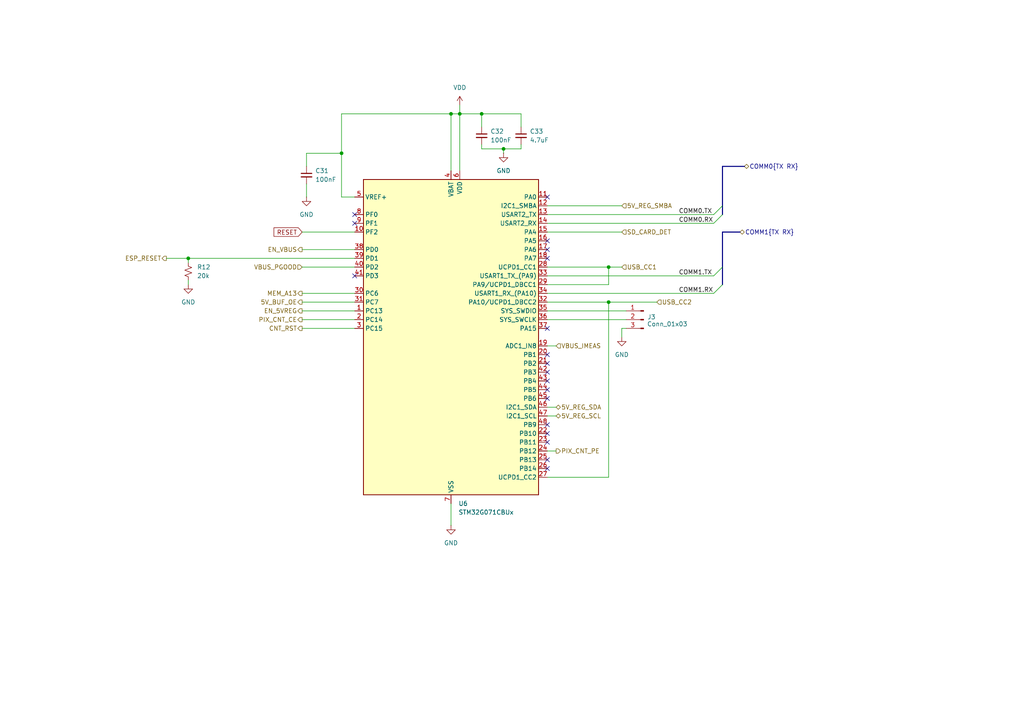
<source format=kicad_sch>
(kicad_sch (version 20250114) (generator "eeschema") (generator_version "9.0")
  (paper "A4")
  (title_block (title "Power Supply (+aux Decoder IO) Microcontroller") (rev "A") (company "MLABS") (comment 1 "MSign-NG"))
  (lib_symbols
    (symbol "Connector:Conn_01x03_Pin" (pin_names (offset 1.016) (hide yes))
      (property "Reference" "J" (at 0 5.08 0))
      (property "Value" "Conn_01x03_Pin" (at 0 -5.08 0))
      (symbol "Conn_01x03_Pin_1_1"
        (rectangle (start 0.8636 2.667) (end 0 2.413) (stroke (width 0.1524)) (fill (type outline)))
        (rectangle (start 0.8636 0.127) (end 0 -0.127) (stroke (width 0.1524)) (fill (type outline)))
        (rectangle (start 0.8636 -2.413) (end 0 -2.667) (stroke (width 0.1524)) (fill (type outline)))
        (polyline (pts (xy 1.27 2.54) (xy 0.8636 2.54)) (stroke (width 0.1524)))
        (polyline (pts (xy 1.27 0) (xy 0.8636 0)) (stroke (width 0.1524)))
        (polyline (pts (xy 1.27 -2.54) (xy 0.8636 -2.54)) (stroke (width 0.1524)))
        (pin passive line (at 5.08 2.54 180) (length 3.81) (name "Pin_1") (number "1"))
        (pin passive line (at 5.08 0 180) (length 3.81) (name "Pin_2") (number "2"))
        (pin passive line (at 5.08 -2.54 180) (length 3.81) (name "Pin_3") (number "3"))
      )
    )
    (symbol "Device:C_Small" (pin_numbers (hide yes)) (pin_names (offset 0.254) (hide yes))
      (property "Reference" "C" (at 0.254 1.778 0))
      (property "Value" "C_Small" (at 0.254 -2.032 0))
      (symbol "C_Small_0_1"
        (polyline (pts (xy -1.524 0.508) (xy 1.524 0.508)) (stroke (width 0.3048)))
        (polyline (pts (xy -1.524 -0.508) (xy 1.524 -0.508)) (stroke (width 0.3302)))
      )
      (symbol "C_Small_1_1"
        (pin passive line (at 0 2.54 270) (length 2.032) (name "~") (number "1"))
        (pin passive line (at 0 -2.54 90) (length 2.032) (name "~") (number "2"))
      )
    )
    (symbol "Device:R_Small_US" (pin_numbers (hide yes)) (pin_names (offset 0.254) (hide yes))
      (property "Reference" "R" (at 0.762 0.508 0))
      (property "Value" "R_Small_US" (at 0.762 -1.016 0))
      (symbol "R_Small_US_1_1"
        (polyline (pts (xy 0 1.524) (xy 1.016 1.143) (xy 0 0.762) (xy -1.016 0.381) (xy 0 0)))
        (polyline (pts (xy 0 0) (xy 1.016 -0.381) (xy 0 -0.762) (xy -1.016 -1.143) (xy 0 -1.524)))
        (pin passive line (at 0 2.54 270) (length 1.016) (name "~") (number "1"))
        (pin passive line (at 0 -2.54 90) (length 1.016) (name "~") (number "2"))
      )
    )
    (symbol "MCU_ST_STM32G0:STM32G081CBUx"
      (property "Reference" "U" (at -25.4 46.99 0))
      (property "Value" "STM32G081CBUx" (at 5.08 46.99 0))
      (symbol "STM32G081CBUx_0_1"
        (rectangle (start -25.4 -45.72) (end 25.4 45.72) (stroke (width 0.254)) (fill (type background)))
      )
      (symbol "STM32G081CBUx_1_1"
        (pin input line (at -27.94 40.64 0) (length 2.54) (name "VREF+") (number "5"))
        (pin bidirectional line (at -27.94 35.56 0) (length 2.54) (name "PF0") (number "8"))
        (pin bidirectional line (at -27.94 33.02 0) (length 2.54) (name "PF1") (number "9"))
        (pin bidirectional line (at -27.94 30.48 0) (length 2.54) (name "PF2") (number "10"))
        (pin bidirectional line (at -27.94 25.4 0) (length 2.54) (name "PD0") (number "38"))
        (pin bidirectional line (at -27.94 22.86 0) (length 2.54) (name "PD1") (number "39"))
        (pin bidirectional line (at -27.94 20.32 0) (length 2.54) (name "PD2") (number "40"))
        (pin bidirectional line (at -27.94 17.78 0) (length 2.54) (name "PD3") (number "41"))
        (pin bidirectional line (at -27.94 12.7 0) (length 2.54) (name "PC6") (number "30"))
        (pin bidirectional line (at -27.94 10.16 0) (length 2.54) (name "PC7") (number "31"))
        (pin bidirectional line (at -27.94 7.62 0) (length 2.54) (name "PC13") (number "1"))
        (pin bidirectional line (at -27.94 5.08 0) (length 2.54) (name "PC14") (number "2"))
        (pin bidirectional line (at -27.94 2.54 0) (length 2.54) (name "PC15") (number "3"))
        (pin power_in line (at 0 48.26 270) (length 2.54) (name "VBAT") (number "4"))
        (pin passive line (at 0 -48.26 90) (length 2.54) (hide yes) (name "VSS") (number "49"))
        (pin power_in line (at 0 -48.26 90) (length 2.54) (name "VSS") (number "7"))
        (pin power_in line (at 2.54 48.26 270) (length 2.54) (name "VDD") (number "6"))
        (pin bidirectional line (at 27.94 40.64 180) (length 2.54) (name "PA0") (number "11"))
        (pin bidirectional line (at 27.94 38.1 180) (length 2.54) (name "PA1") (number "12") (alternate "I2C1_SMBA" bidirectional line))
        (pin bidirectional line (at 27.94 35.56 180) (length 2.54) (name "PA2") (number "13") (alternate "USART2_TX" bidirectional line))
        (pin bidirectional line (at 27.94 33.02 180) (length 2.54) (name "PA3") (number "14") (alternate "USART2_RX" bidirectional line))
        (pin bidirectional line (at 27.94 30.48 180) (length 2.54) (name "PA4") (number "15"))
        (pin bidirectional line (at 27.94 27.94 180) (length 2.54) (name "PA5") (number "16"))
        (pin bidirectional line (at 27.94 25.4 180) (length 2.54) (name "PA6") (number "17"))
        (pin bidirectional line (at 27.94 22.86 180) (length 2.54) (name "PA7") (number "18"))
        (pin bidirectional line (at 27.94 20.32 180) (length 2.54) (name "PA8") (number "28") (alternate "UCPD1_CC1" bidirectional line))
        (pin bidirectional line (at 27.94 17.78 180) (length 2.54) (name "PA9/PA11") (number "33") (alternate "USART1_TX (PA9)" bidirectional line))
        (pin bidirectional line (at 27.94 15.24 180) (length 2.54) (name "PA9/UCPD1_DBCC1") (number "29") (alternate "USART1_TX (PA9)" bidirectional line))
        (pin bidirectional line (at 27.94 12.7 180) (length 2.54) (name "PA10/PA12") (number "34") (alternate "USART1_RX (PA10)" bidirectional line))
        (pin bidirectional line (at 27.94 10.16 180) (length 2.54) (name "PA10/UCPD1_DBCC2") (number "32") (alternate "USART1_RX (PA10)" bidirectional line))
        (pin bidirectional line (at 27.94 7.62 180) (length 2.54) (name "PA13") (number "35") (alternate "SYS_SWDIO" bidirectional line))
        (pin bidirectional line (at 27.94 5.08 180) (length 2.54) (name "PA14") (number "36") (alternate "SYS_SWCLK" bidirectional line) (alternate "USART2_TX" bidirectional line))
        (pin bidirectional line (at 27.94 2.54 180) (length 2.54) (name "PA15") (number "37") (alternate "USART2_RX" bidirectional line))
        (pin bidirectional line (at 27.94 -2.54 180) (length 2.54) (name "PB0") (number "19") (alternate "ADC1_IN8" bidirectional line))
        (pin bidirectional line (at 27.94 -5.08 180) (length 2.54) (name "PB1") (number "20"))
        (pin bidirectional line (at 27.94 -7.62 180) (length 2.54) (name "PB2") (number "21"))
        (pin bidirectional line (at 27.94 -10.16 180) (length 2.54) (name "PB3") (number "42"))
        (pin bidirectional line (at 27.94 -12.7 180) (length 2.54) (name "PB4") (number "43"))
        (pin bidirectional line (at 27.94 -15.24 180) (length 2.54) (name "PB5") (number "44") (alternate "I2C1_SMBA" bidirectional line))
        (pin bidirectional line (at 27.94 -17.78 180) (length 2.54) (name "PB6") (number "45") (alternate "I2C1_SCL" bidirectional line))
        (pin bidirectional line (at 27.94 -20.32 180) (length 2.54) (name "PB7") (number "46") (alternate "I2C1_SDA" bidirectional line))
        (pin bidirectional line (at 27.94 -22.86 180) (length 2.54) (name "PB8") (number "47") (alternate "I2C1_SCL" bidirectional line))
        (pin bidirectional line (at 27.94 -25.4 180) (length 2.54) (name "PB9") (number "48") (alternate "I2C1_SDA" bidirectional line))
        (pin bidirectional line (at 27.94 -27.94 180) (length 2.54) (name "PB10") (number "22"))
        (pin bidirectional line (at 27.94 -30.48 180) (length 2.54) (name "PB11") (number "23"))
        (pin bidirectional line (at 27.94 -33.02 180) (length 2.54) (name "PB12") (number "24"))
        (pin bidirectional line (at 27.94 -35.56 180) (length 2.54) (name "PB13") (number "25"))
        (pin bidirectional line (at 27.94 -38.1 180) (length 2.54) (name "PB14") (number "26"))
        (pin bidirectional line (at 27.94 -40.64 180) (length 2.54) (name "PB15") (number "27") (alternate "UCPD1_CC2" bidirectional line))
      )
    )
    (symbol "power:GND" (power) (pin_numbers (hide yes)) (pin_names (offset 0) (hide yes))
      (property "Value" "GND" (at 0 -3.81 0))
      (symbol "GND_0_1"
        (polyline (pts (xy 0 0) (xy 0 -1.27) (xy 1.27 -1.27) (xy 0 -2.54) (xy -1.27 -1.27) (xy 0 -1.27)))
      )
      (symbol "GND_1_1"
        (pin power_in line (at 0 0 270) (length 0) (name "~") (number "1"))
      )
    )
    (symbol "power:VDD" (power) (pin_numbers (hide yes)) (pin_names (offset 0) (hide yes))
      (property "Value" "VDD" (at 0 3.556 0))
      (symbol "VDD_0_1"
        (polyline (pts (xy -0.762 1.27) (xy 0 2.54)))
        (polyline (pts (xy 0 2.54) (xy 0.762 1.27)))
        (polyline (pts (xy 0 0) (xy 0 2.54)))
      )
      (symbol "VDD_1_1"
        (pin power_in line (at 0 0 90) (length 0) (name "~") (number "1"))
      )
    )
  )
  (junction (at 176.53 87.63))
  (junction (at 176.53 77.47))
  (junction (at 54.61 74.93))
  (junction (at 99.06 44.45))
  (junction (at 130.81 33.02))
  (junction (at 146.05 43.18))
  (junction (at 133.35 33.02))
  (junction (at 139.7 33.02))
  (no_connect (at 158.75 95.25))
  (no_connect (at 158.75 57.15))
  (no_connect (at 102.87 64.77))
  (no_connect (at 158.75 133.35))
  (no_connect (at 102.87 62.23))
  (no_connect (at 158.75 128.27))
  (no_connect (at 158.75 102.87))
  (no_connect (at 158.75 72.39))
  (no_connect (at 158.75 110.49))
  (no_connect (at 102.87 80.01))
  (no_connect (at 158.75 135.89))
  (no_connect (at 158.75 113.03))
  (no_connect (at 158.75 107.95))
  (no_connect (at 158.75 115.57))
  (no_connect (at 158.75 69.85))
  (no_connect (at 158.75 74.93))
  (no_connect (at 158.75 123.19))
  (no_connect (at 158.75 105.41))
  (no_connect (at 158.75 125.73))
  (bus_entry (at 209.55 82.55) (size -2.54 2.54))
  (bus_entry (at 209.55 77.47) (size -2.54 2.54))
  (bus_entry (at 209.55 59.69) (size -2.54 2.54))
  (bus_entry (at 209.55 62.23) (size -2.54 2.54))
  (wire (pts (xy 158.75 62.23) (xy 207.01 62.23)))
  (bus (pts (xy 209.55 67.31) (xy 209.55 77.47)))
  (wire (pts (xy 87.63 77.47) (xy 102.87 77.47)))
  (wire (pts (xy 151.13 33.02) (xy 139.7 33.02)))
  (wire (pts (xy 161.29 118.11) (xy 158.75 118.11)))
  (wire (pts (xy 176.53 82.55) (xy 176.53 77.47)))
  (wire (pts (xy 146.05 43.18) (xy 146.05 44.45)))
  (wire (pts (xy 87.63 92.71) (xy 102.87 92.71)))
  (wire (pts (xy 180.34 97.79) (xy 180.34 95.25)))
  (wire (pts (xy 87.63 90.17) (xy 102.87 90.17)))
  (bus (pts (xy 209.55 48.26) (xy 209.55 59.69)))
  (wire (pts (xy 180.34 95.25) (xy 181.61 95.25)))
  (wire (pts (xy 176.53 87.63) (xy 190.5 87.63)))
  (wire (pts (xy 130.81 33.02) (xy 133.35 33.02)))
  (wire (pts (xy 176.53 87.63) (xy 176.53 138.43)))
  (wire (pts (xy 87.63 95.25) (xy 102.87 95.25)))
  (wire (pts (xy 139.7 33.02) (xy 133.35 33.02)))
  (wire (pts (xy 151.13 43.18) (xy 146.05 43.18)))
  (wire (pts (xy 151.13 36.83) (xy 151.13 33.02)))
  (wire (pts (xy 48.26 74.93) (xy 54.61 74.93)))
  (wire (pts (xy 87.63 87.63) (xy 102.87 87.63)))
  (wire (pts (xy 54.61 81.28) (xy 54.61 82.55)))
  (wire (pts (xy 102.87 57.15) (xy 99.06 57.15)))
  (wire (pts (xy 139.7 43.18) (xy 146.05 43.18)))
  (wire (pts (xy 87.63 85.09) (xy 102.87 85.09)))
  (bus (pts (xy 214.63 67.31) (xy 209.55 67.31)))
  (wire (pts (xy 176.53 138.43) (xy 158.75 138.43)))
  (wire (pts (xy 133.35 33.02) (xy 133.35 49.53)))
  (wire (pts (xy 158.75 59.69) (xy 180.34 59.69)))
  (wire (pts (xy 54.61 74.93) (xy 102.87 74.93)))
  (wire (pts (xy 158.75 92.71) (xy 181.61 92.71)))
  (wire (pts (xy 99.06 44.45) (xy 99.06 33.02)))
  (wire (pts (xy 99.06 57.15) (xy 99.06 44.45)))
  (bus (pts (xy 215.9 48.26) (xy 209.55 48.26)))
  (wire (pts (xy 158.75 90.17) (xy 181.61 90.17)))
  (bus (pts (xy 209.55 59.69) (xy 209.55 62.23)))
  (wire (pts (xy 54.61 74.93) (xy 54.61 76.2)))
  (wire (pts (xy 151.13 41.91) (xy 151.13 43.18)))
  (wire (pts (xy 87.63 72.39) (xy 102.87 72.39)))
  (wire (pts (xy 133.35 30.48) (xy 133.35 33.02)))
  (wire (pts (xy 158.75 87.63) (xy 176.53 87.63)))
  (wire (pts (xy 158.75 64.77) (xy 207.01 64.77)))
  (wire (pts (xy 158.75 85.09) (xy 207.01 85.09)))
  (bus (pts (xy 209.55 77.47) (xy 209.55 82.55)))
  (wire (pts (xy 161.29 120.65) (xy 158.75 120.65)))
  (wire (pts (xy 161.29 100.33) (xy 158.75 100.33)))
  (wire (pts (xy 130.81 33.02) (xy 130.81 49.53)))
  (wire (pts (xy 158.75 82.55) (xy 176.53 82.55)))
  (wire (pts (xy 139.7 36.83) (xy 139.7 33.02)))
  (wire (pts (xy 161.29 130.81) (xy 158.75 130.81)))
  (wire (pts (xy 88.9 48.26) (xy 88.9 44.45)))
  (wire (pts (xy 176.53 77.47) (xy 180.34 77.47)))
  (wire (pts (xy 130.81 152.4) (xy 130.81 146.05)))
  (wire (pts (xy 99.06 33.02) (xy 130.81 33.02)))
  (wire (pts (xy 139.7 41.91) (xy 139.7 43.18)))
  (wire (pts (xy 88.9 44.45) (xy 99.06 44.45)))
  (wire (pts (xy 87.63 67.31) (xy 102.87 67.31)))
  (wire (pts (xy 158.75 80.01) (xy 207.01 80.01)))
  (wire (pts (xy 158.75 77.47) (xy 176.53 77.47)))
  (wire (pts (xy 180.34 67.31) (xy 158.75 67.31)))
  (wire (pts (xy 88.9 53.34) (xy 88.9 57.15)))
  (label "COMM1.TX" (at 196.85 80.01 0))
  (label "COMM1.RX" (at 196.85 85.09 0))
  (label "COMM0.RX" (at 196.85 64.77 0))
  (label "COMM0.TX" (at 196.85 62.23 0))
  (global_label "RESET" (shape input) (at 87.63 67.31 180) (property "Intersheetrefs" "${INTERSHEET_REFS}" (effects (hide yes))))
  (hierarchical_label "5V_REG_SCL" (shape bidirectional) (at 161.29 120.65 0))
  (hierarchical_label "PIX_CNT_PE" (shape output) (at 161.29 130.81 0))
  (hierarchical_label "5V_REG_SDA" (shape bidirectional) (at 161.29 118.11 0))
  (hierarchical_label "5V_BUF_OE" (shape output) (at 87.63 87.63 180))
  (hierarchical_label "ESP_RESET" (shape output) (at 48.26 74.93 180))
  (hierarchical_label "COMM1{TX RX}" (shape bidirectional) (at 214.63 67.31 0))
  (hierarchical_label "USB_CC2" (shape input) (at 190.5 87.63 0))
  (hierarchical_label "SD_CARD_DET" (shape input) (at 180.34 67.31 0))
  (hierarchical_label "PIX_CNT_CE" (shape output) (at 87.63 92.71 180))
  (hierarchical_label "CNT_RST" (shape output) (at 87.63 95.25 180))
  (hierarchical_label "VBUS_IMEAS" (shape input) (at 161.29 100.33 0))
  (hierarchical_label "MEM_A13" (shape output) (at 87.63 85.09 180))
  (hierarchical_label "VBUS_PGOOD" (shape input) (at 87.63 77.47 180))
  (hierarchical_label "EN_5VREG" (shape output) (at 87.63 90.17 180))
  (hierarchical_label "5V_REG_SMBA" (shape input) (at 180.34 59.69 0))
  (hierarchical_label "EN_VBUS" (shape output) (at 87.63 72.39 180))
  (hierarchical_label "COMM0{TX RX}" (shape bidirectional) (at 215.9 48.26 0))
  (hierarchical_label "USB_CC1" (shape input) (at 180.34 77.47 0))
  (symbol (lib_id "power:GND") (at 180.34 97.79 0) (unit 1)
    (property "Reference" "#PWR017" (effects (hide yes)))
    (property "Value" "GND" (at 180.34 102.87 0))
    (property "Description" "Power symbol creates a global label with name \"GND\" , ground" (effects (hide yes)))
  )
  (symbol (lib_id "Device:C_Small") (at 88.9 50.8 0) (unit 1)
    (property "Reference" "C31" (at 91.44 49.5362 0) (effects (justify left)))
    (property "Value" "100nF" (at 91.44 52.0762 0) (effects (justify left)))
    (property "Footprint" "Capacitor_SMD:C_0402_1005Metric" (effects (hide yes)))
    (property "Description" "Unpolarized capacitor, small symbol" (effects (hide yes)))
    (property "Part" "CL05B104KB54PNC" (effects (hide yes)))
  )
  (symbol (lib_id "power:GND") (at 54.61 82.55 0) (unit 1)
    (property "Reference" "#PWR012" (effects (hide yes)))
    (property "Value" "GND" (at 54.61 87.63 0))
    (property "Description" "Power symbol creates a global label with name \"GND\" , ground" (effects (hide yes)))
  )
  (symbol (lib_id "Device:C_Small") (at 151.13 39.37 0) (unit 1)
    (property "Reference" "C33" (at 153.67 38.1062 0) (effects (justify left)))
    (property "Value" "4.7uF" (at 153.67 40.6462 0) (effects (justify left)))
    (property "Footprint" "Capacitor_SMD:C_1206_3216Metric" (effects (hide yes)))
    (property "Description" "Unpolarized capacitor, small symbol" (effects (hide yes)))
    (property "Part" "1206B475K500NT" (effects (hide yes)))
  )
  (symbol (lib_id "Device:R_Small_US") (at 54.61 78.74 180) (unit 1)
    (property "Reference" "R12" (at 57.15 77.4699 0) (effects (justify right)))
    (property "Value" "20k" (at 57.15 80.0099 0) (effects (justify right)))
    (property "Footprint" "Resistor_SMD:R_0603_1608Metric" (effects (hide yes)))
    (property "Description" "Resistor, small US symbol" (effects (hide yes)))
    (property "Part" "0603WAF2002T5E" (effects (hide yes)))
  )
  (symbol (lib_id "power:VDD") (at 133.35 30.48 0) (unit 1)
    (property "Reference" "#PWR015" (effects (hide yes)))
    (property "Value" "VDD" (at 133.35 25.4 0))
    (property "Description" "Power symbol creates a global label with name \"VDD\"" (effects (hide yes)))
  )
  (symbol (lib_id "Connector:Conn_01x03_Pin") (at 186.69 92.71 0) (mirror y) (unit 1)
    (property "Reference" "J3" (at 188.976 91.948 0))
    (property "Value" "Conn_01x03" (at 193.548 93.98 0))
    (property "Footprint" "Connector_PinHeader_2.54mm:PinHeader_1x03_P2.54mm_Vertical" (effects (hide yes)))
    (property "Description" "Generic connector, single row, 01x03, script generated" (effects (hide yes)))
  )
  (symbol (lib_id "power:GND") (at 88.9 57.15 0) (unit 1)
    (property "Reference" "#PWR013" (effects (hide yes)))
    (property "Value" "GND" (at 88.9 62.23 0))
    (property "Description" "Power symbol creates a global label with name \"GND\" , ground" (effects (hide yes)))
  )
  (symbol (lib_id "Device:C_Small") (at 139.7 39.37 0) (unit 1)
    (property "Reference" "C32" (at 142.24 38.1062 0) (effects (justify left)))
    (property "Value" "100nF" (at 142.24 40.6462 0) (effects (justify left)))
    (property "Footprint" "Capacitor_SMD:C_0402_1005Metric" (effects (hide yes)))
    (property "Description" "Unpolarized capacitor, small symbol" (effects (hide yes)))
    (property "Part" "CL05B104KB54PNC" (effects (hide yes)))
  )
  (symbol (lib_id "power:GND") (at 130.81 152.4 0) (unit 1)
    (property "Reference" "#PWR014" (effects (hide yes)))
    (property "Value" "GND" (at 130.81 157.48 0))
    (property "Description" "Power symbol creates a global label with name \"GND\" , ground" (effects (hide yes)))
  )
  (symbol (lib_id "MCU_ST_STM32G0:STM32G081CBUx") (at 130.81 97.79 0) (unit 1)
    (property "Reference" "U6" (at 132.9533 146.05 0) (effects (justify left)))
    (property "Value" "STM32G071CBUx" (at 132.9533 148.59 0) (effects (justify left)))
    (property "Footprint" "Package_DFN_QFN:QFN-48-1EP_7x7mm_P0.5mm_EP5.6x5.6mm" (effects (hide yes)))
    (property "Datasheet" "https://www.st.com/resource/en/datasheet/stm32g081cb.pdf" (effects (hide yes)))
    (property "Description" "STMicroelectronics Arm Cortex-M0+ MCU, 128KB flash, 36KB RAM, 64 MHz, 1.7-3.6V, 44 GPIO, UFQFPN48" (effects (hide yes)))
    (property "Part" "STM32G071CBUx" (effects (hide yes)))
    (pin "47" (alternate "I2C1_SCL"))
    (pin "46" (alternate "I2C1_SDA"))
    (pin "27" (alternate "UCPD1_CC2"))
    (pin "19" (alternate "ADC1_IN8"))
    (pin "36" (alternate "SYS_SWCLK"))
    (pin "35" (alternate "SYS_SWDIO"))
    (pin "28" (alternate "UCPD1_CC1"))
    (pin "33" (alternate "USART1_TX (PA9)"))
    (pin "12" (alternate "I2C1_SMBA"))
    (pin "34" (alternate "USART1_RX (PA10)"))
    (pin "13" (alternate "USART2_TX"))
    (pin "14" (alternate "USART2_RX"))
  )
  (symbol (lib_id "power:GND") (at 146.05 44.45 0) (unit 1)
    (property "Reference" "#PWR016" (effects (hide yes)))
    (property "Value" "GND" (at 146.05 49.53 0))
    (property "Description" "Power symbol creates a global label with name \"GND\" , ground" (effects (hide yes)))
  )
)
</source>
